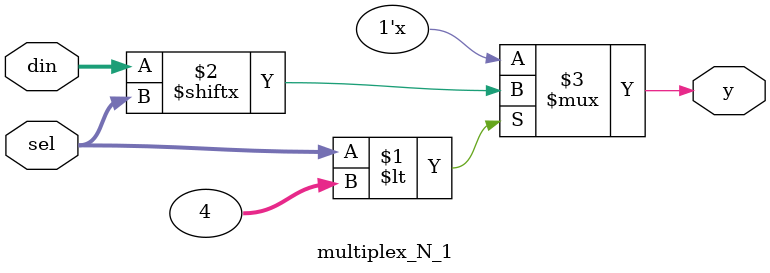
<source format=v>
`timescale 1ns/1ps
module multiplex_N_1
#(
    parameter integer N = 4,
    parameter integer SEL_WIDTH = $clog2(N)
)
(
    input  wire [N-1:0] din,
    input  wire [SEL_WIDTH-1:0] sel,
    output wire y
);
    assign y = (sel < N) ? din[sel] : 1'bx;
endmodule

</source>
